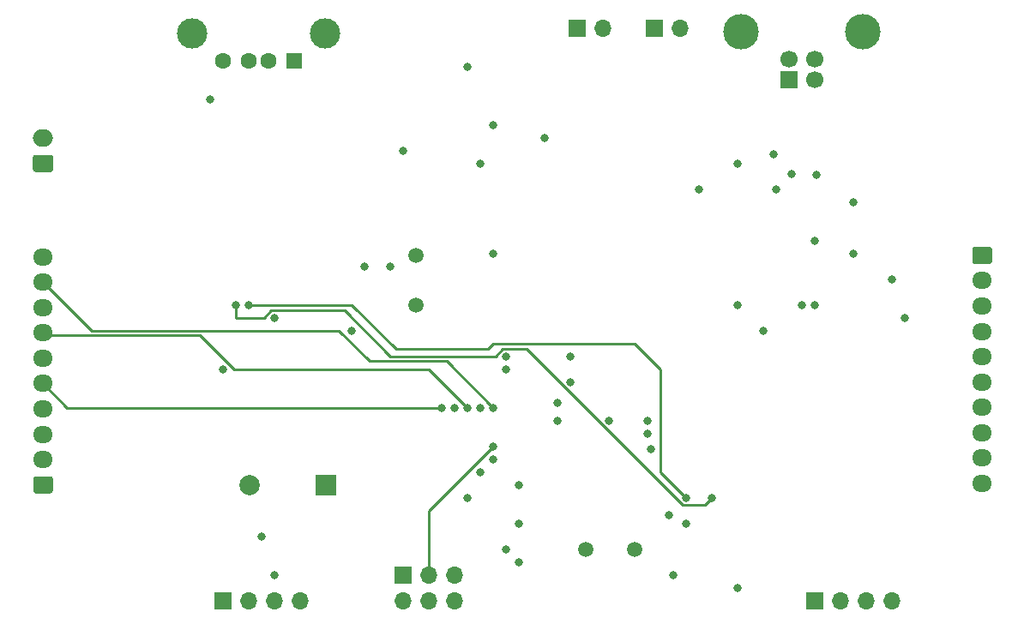
<source format=gbr>
%TF.GenerationSoftware,KiCad,Pcbnew,(5.1.6)-1*%
%TF.CreationDate,2021-07-30T14:46:14+05:30*%
%TF.ProjectId,StockPile_Final,53746f63-6b50-4696-9c65-5f46696e616c,rev?*%
%TF.SameCoordinates,Original*%
%TF.FileFunction,Copper,L3,Inr*%
%TF.FilePolarity,Positive*%
%FSLAX46Y46*%
G04 Gerber Fmt 4.6, Leading zero omitted, Abs format (unit mm)*
G04 Created by KiCad (PCBNEW (5.1.6)-1) date 2021-07-30 14:46:14*
%MOMM*%
%LPD*%
G01*
G04 APERTURE LIST*
%TA.AperFunction,ViaPad*%
%ADD10O,1.950000X1.700000*%
%TD*%
%TA.AperFunction,ViaPad*%
%ADD11C,1.500000*%
%TD*%
%TA.AperFunction,ViaPad*%
%ADD12O,1.700000X1.700000*%
%TD*%
%TA.AperFunction,ViaPad*%
%ADD13R,1.700000X1.700000*%
%TD*%
%TA.AperFunction,ViaPad*%
%ADD14C,2.000000*%
%TD*%
%TA.AperFunction,ViaPad*%
%ADD15R,2.000000X2.000000*%
%TD*%
%TA.AperFunction,ViaPad*%
%ADD16O,2.000000X1.700000*%
%TD*%
%TA.AperFunction,ViaPad*%
%ADD17C,3.500000*%
%TD*%
%TA.AperFunction,ViaPad*%
%ADD18C,1.700000*%
%TD*%
%TA.AperFunction,ViaPad*%
%ADD19C,1.600000*%
%TD*%
%TA.AperFunction,ViaPad*%
%ADD20R,1.600000X1.500000*%
%TD*%
%TA.AperFunction,ViaPad*%
%ADD21C,3.000000*%
%TD*%
%TA.AperFunction,ViaPad*%
%ADD22C,0.800000*%
%TD*%
%TA.AperFunction,Conductor*%
%ADD23C,0.250000*%
%TD*%
G04 APERTURE END LIST*
%TO.N,3.3v_uC*%
%TO.C,J3*%
%TA.AperFunction,ViaPad*%
G36*
G01*
X99785100Y-98640000D02*
X98334900Y-98640000D01*
G75*
G02*
X98085000Y-98390100I0J249900D01*
G01*
X98085000Y-97189900D01*
G75*
G02*
X98334900Y-96940000I249900J0D01*
G01*
X99785100Y-96940000D01*
G75*
G02*
X100035000Y-97189900I0J-249900D01*
G01*
X100035000Y-98390100D01*
G75*
G02*
X99785100Y-98640000I-249900J0D01*
G01*
G37*
%TD.AperFunction*%
D10*
%TO.N,5v_uC*%
X99060000Y-95290000D03*
%TO.N,SCL*%
X99060000Y-92790000D03*
%TO.N,SDA*%
X99060000Y-90290000D03*
%TO.N,SW_5*%
X99060000Y-87790000D03*
%TO.N,SW_4*%
X99060000Y-85290000D03*
%TO.N,SW_3*%
X99060000Y-82790000D03*
%TO.N,SW_2*%
X99060000Y-80290000D03*
%TO.N,SW_1*%
X99060000Y-77790000D03*
%TO.N,GND_uC*%
X99060000Y-75290000D03*
%TD*%
D11*
%TO.N,XTAL_2*%
%TO.C,Y2*%
X152600000Y-104140000D03*
%TO.N,XTAL_1*%
X157480000Y-104140000D03*
%TD*%
%TO.N,5v_uC*%
%TO.C,J10*%
%TA.AperFunction,ViaPad*%
G36*
G01*
X191045000Y-74280000D02*
X192495000Y-74280000D01*
G75*
G02*
X192745000Y-74530000I0J-250000D01*
G01*
X192745000Y-75730000D01*
G75*
G02*
X192495000Y-75980000I-250000J0D01*
G01*
X191045000Y-75980000D01*
G75*
G02*
X190795000Y-75730000I0J250000D01*
G01*
X190795000Y-74530000D01*
G75*
G02*
X191045000Y-74280000I250000J0D01*
G01*
G37*
%TD.AperFunction*%
D10*
%TO.N,GND_uC*%
X191770000Y-77630000D03*
%TO.N,SCL*%
X191770000Y-80130000D03*
%TO.N,SDA*%
X191770000Y-82630000D03*
%TO.N,A_SCL*%
X191770000Y-85130000D03*
%TO.N,A_SDA*%
X191770000Y-87630000D03*
%TO.N,5v_uC*%
X191770000Y-90130000D03*
%TO.N,Net-(J10-Pad8)*%
X191770000Y-92630000D03*
%TO.N,Net-(J10-Pad9)*%
X191770000Y-95130000D03*
%TO.N,Net-(J10-Pad10)*%
X191770000Y-97630000D03*
%TD*%
D12*
%TO.N,GND_uC*%
%TO.C,J9*%
X139700000Y-109220000D03*
%TO.N,DTR_prg*%
X139700000Y-106680000D03*
%TO.N,MOSI*%
X137160000Y-109220000D03*
%TO.N,SCK*%
X137160000Y-106680000D03*
%TO.N,5v_uC*%
X134620000Y-109220000D03*
D13*
%TO.N,MISO*%
X134620000Y-106680000D03*
%TD*%
D12*
%TO.N,GND_uC*%
%TO.C,J8*%
X182880000Y-109220000D03*
%TO.N,A_SDA*%
X180340000Y-109220000D03*
%TO.N,A_SCL*%
X177800000Y-109220000D03*
D13*
%TO.N,3.3v_uC*%
X175260000Y-109220000D03*
%TD*%
D12*
%TO.N,GND_uC*%
%TO.C,J7*%
X124460000Y-109220000D03*
%TO.N,SDA*%
X121920000Y-109220000D03*
%TO.N,SCL*%
X119380000Y-109220000D03*
D13*
%TO.N,5v_uC*%
X116840000Y-109220000D03*
%TD*%
D14*
%TO.N,Net-(BZ1-Pad2)*%
%TO.C,BZ1*%
X119400000Y-97790000D03*
D15*
%TO.N,Buzzer*%
X127000000Y-97790000D03*
%TD*%
D11*
%TO.N,XO*%
%TO.C,Y1*%
X135890000Y-75130000D03*
%TO.N,XI*%
X135890000Y-80010000D03*
%TD*%
D12*
%TO.N,Net-(J2-Pad1)*%
%TO.C,J6*%
X161925000Y-52705000D03*
D13*
%TO.N,5V*%
X159385000Y-52705000D03*
%TD*%
D12*
%TO.N,Net-(C5-Pad2)*%
%TO.C,J5*%
X154305000Y-52705000D03*
D13*
%TO.N,5V*%
X151765000Y-52705000D03*
%TD*%
%TO.N,Net-(D1-Pad1)*%
%TO.C,J4*%
%TA.AperFunction,ViaPad*%
G36*
G01*
X99810000Y-66890000D02*
X98310000Y-66890000D01*
G75*
G02*
X98060000Y-66640000I0J250000D01*
G01*
X98060000Y-65440000D01*
G75*
G02*
X98310000Y-65190000I250000J0D01*
G01*
X99810000Y-65190000D01*
G75*
G02*
X100060000Y-65440000I0J-250000D01*
G01*
X100060000Y-66640000D01*
G75*
G02*
X99810000Y-66890000I-250000J0D01*
G01*
G37*
%TD.AperFunction*%
D16*
%TO.N,GND_USB*%
X99060000Y-63540000D03*
%TD*%
D17*
%TO.N,Net-(J2-Pad5)*%
%TO.C,J2*%
X179990000Y-53075000D03*
X167950000Y-53075000D03*
D18*
%TO.N,GND_USB*%
X172720000Y-55785000D03*
%TO.N,D+*%
X175220000Y-55785000D03*
%TO.N,D-*%
X175220000Y-57785000D03*
D13*
%TO.N,Net-(J2-Pad1)*%
X172720000Y-57785000D03*
%TD*%
D19*
%TO.N,GND_USB*%
%TO.C,J1*%
X116825000Y-55880000D03*
%TO.N,USB_D+*%
X119325000Y-55880000D03*
%TO.N,USB_D-*%
X121325000Y-55880000D03*
D20*
%TO.N,5V*%
X123825000Y-55880000D03*
D21*
%TO.N,Net-(J1-Pad5)*%
X113755000Y-53170000D03*
X126895000Y-53170000D03*
%TD*%
D22*
%TO.N,9V*%
X134620000Y-64770000D03*
X148590000Y-63500000D03*
%TO.N,5V*%
X115570000Y-59690000D03*
X173990000Y-80010000D03*
X175260000Y-73660000D03*
X172974000Y-67056000D03*
X179070000Y-69850000D03*
%TO.N,3.3V*%
X140970000Y-56515000D03*
X142240000Y-66040000D03*
X133350000Y-76200000D03*
X129540000Y-82550000D03*
%TO.N,GND_USB*%
X116840000Y-86360000D03*
X143510000Y-62230000D03*
X163830000Y-68580000D03*
X171450000Y-68580000D03*
X171196000Y-65181000D03*
X130810000Y-76200000D03*
X143510000Y-74930000D03*
X121920000Y-81280000D03*
%TO.N,3.3V_out*%
X167640000Y-66040000D03*
X175387000Y-67183000D03*
%TO.N,DTR_prg*%
X146050000Y-101600000D03*
X146050000Y-97790000D03*
X170180000Y-82550000D03*
%TO.N,/USB_Programmer/RXD_led*%
X182880000Y-77470000D03*
X179070000Y-74930000D03*
%TO.N,RXD_prg*%
X144780000Y-86360000D03*
X175260000Y-80010000D03*
%TO.N,GND_uC*%
X151130000Y-87630000D03*
X158750000Y-92710000D03*
X149860000Y-89679298D03*
X149860000Y-91440000D03*
X120650000Y-102870000D03*
X121920000Y-106680000D03*
%TO.N,Net-(C20-Pad1)*%
X151130000Y-85090000D03*
%TO.N,5v_uC*%
X154940000Y-91440000D03*
X158750000Y-91440000D03*
X159052500Y-94282500D03*
X140970000Y-99060000D03*
X144780000Y-104140000D03*
%TO.N,3.3v_uC*%
X146050000Y-105410000D03*
X161290000Y-106680000D03*
X167640000Y-107950000D03*
%TO.N,SW_5*%
X138430000Y-90170000D03*
%TO.N,SW_4*%
X139700000Y-90170000D03*
%TO.N,SW_3*%
X140970000Y-90170000D03*
%TO.N,SW_2*%
X142240000Y-90170000D03*
%TO.N,SW_1*%
X143510000Y-90170000D03*
%TO.N,SDA*%
X160839991Y-100780009D03*
%TO.N,SCL*%
X162560000Y-101600000D03*
X184150000Y-81280000D03*
%TO.N,MOSI*%
X143510000Y-95250000D03*
%TO.N,SCK*%
X143510000Y-93980000D03*
%TO.N,MISO*%
X142240000Y-96520000D03*
%TO.N,RX_0*%
X144780000Y-85090000D03*
X167640000Y-80010000D03*
%TO.N,RX_1*%
X118110000Y-80010000D03*
X165100000Y-99060000D03*
%TO.N,RXD1_usb*%
X119380000Y-80010000D03*
X162560000Y-99060000D03*
%TD*%
D23*
%TO.N,SW_5*%
X101440000Y-90170000D02*
X99060000Y-87790000D01*
X138430000Y-90170000D02*
X101440000Y-90170000D01*
%TO.N,SW_3*%
X140970000Y-90170000D02*
X137160000Y-86360000D01*
X99270010Y-83000010D02*
X99060000Y-82790000D01*
X114553012Y-83000010D02*
X99270010Y-83000010D01*
X117913002Y-86360000D02*
X114553012Y-83000010D01*
X137160000Y-86360000D02*
X117913002Y-86360000D01*
%TO.N,SW_1*%
X138880010Y-85540010D02*
X131260010Y-85540010D01*
X143510000Y-90170000D02*
X138880010Y-85540010D01*
X131260010Y-85540010D02*
X128270000Y-82550000D01*
X103820000Y-82550000D02*
X99060000Y-77790000D01*
X128270000Y-82550000D02*
X103820000Y-82550000D01*
%TO.N,SCK*%
X137160000Y-100330000D02*
X137160000Y-106680000D01*
X143510000Y-93980000D02*
X137160000Y-100330000D01*
%TO.N,RX_1*%
X162211999Y-99785001D02*
X164374999Y-99785001D01*
X146791997Y-84364999D02*
X162211999Y-99785001D01*
X144431999Y-84364999D02*
X146791997Y-84364999D01*
X143706998Y-85090000D02*
X144431999Y-84364999D01*
X133350000Y-85090000D02*
X143706998Y-85090000D01*
X128814999Y-80554999D02*
X133350000Y-85090000D01*
X121571999Y-80554999D02*
X128814999Y-80554999D01*
X120846998Y-81280000D02*
X121571999Y-80554999D01*
X118110000Y-81280000D02*
X120846998Y-81280000D01*
X164374999Y-99785001D02*
X165100000Y-99060000D01*
X118110000Y-80010000D02*
X118110000Y-81280000D01*
%TO.N,RXD1_usb*%
X119380000Y-80010000D02*
X129540000Y-80010000D01*
X133894999Y-84364999D02*
X142965001Y-84364999D01*
X129540000Y-80010000D02*
X133894999Y-84364999D01*
X142965001Y-84364999D02*
X143510000Y-83820000D01*
X143510000Y-83820000D02*
X157480000Y-83820000D01*
X157480000Y-83820000D02*
X160020000Y-86360000D01*
X160020000Y-96520000D02*
X162560000Y-99060000D01*
X160020000Y-86360000D02*
X160020000Y-96520000D01*
%TD*%
M02*

</source>
